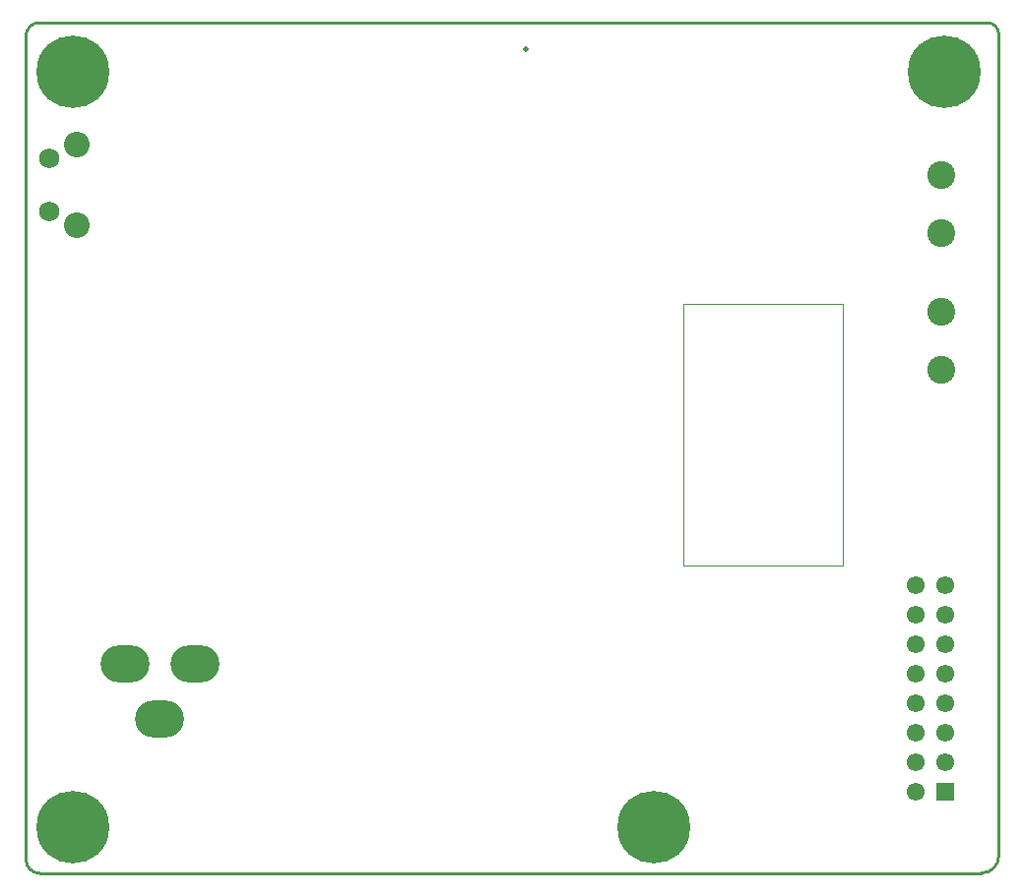
<source format=gbs>
G04*
G04 #@! TF.GenerationSoftware,Altium Limited,Altium Designer,25.8.1 (18)*
G04*
G04 Layer_Color=16711935*
%FSLAX24Y24*%
%MOIN*%
G70*
G04*
G04 #@! TF.SameCoordinates,E7C4B6EF-679D-40F3-B346-0123BADFF20E*
G04*
G04*
G04 #@! TF.FilePolarity,Negative*
G04*
G01*
G75*
%ADD13C,0.0100*%
%ADD17C,0.0039*%
%ADD39R,0.0610X0.0610*%
%ADD40C,0.0610*%
%ADD41C,0.0946*%
%ADD42O,0.1655X0.1261*%
%ADD43C,0.2461*%
%ADD44C,0.0680*%
%ADD45C,0.0867*%
%ADD46C,0.0197*%
D13*
X30787Y-1571D02*
G03*
X31359Y-999I0J572D01*
G01*
X31359Y26866D02*
G03*
X30975Y27250I-384J0D01*
G01*
X-1112Y27254D02*
G03*
X-1575Y26791I0J-463D01*
G01*
X-1575Y-1112D02*
G03*
X-1112Y-1575I463J0D01*
G01*
X31359Y-999D02*
X31359Y26866D01*
X30906Y27254D02*
X30975Y27250D01*
X-1112Y27254D02*
X30906Y27254D01*
X-1113Y-1575D02*
X30787Y-1575D01*
X-1575Y26791D02*
X-1575Y-1112D01*
D17*
X20669Y8858D02*
X26083D01*
X20669D02*
Y17717D01*
X26083Y8858D02*
Y17717D01*
X20669D02*
X26083D01*
D39*
X29547Y1189D02*
D03*
D40*
Y2189D02*
D03*
Y3189D02*
D03*
Y4189D02*
D03*
Y5189D02*
D03*
Y6189D02*
D03*
Y7189D02*
D03*
Y8189D02*
D03*
X28547Y1189D02*
D03*
Y2189D02*
D03*
Y3189D02*
D03*
Y4189D02*
D03*
Y5189D02*
D03*
Y6189D02*
D03*
Y7189D02*
D03*
Y8189D02*
D03*
D41*
X29409Y20118D02*
D03*
Y15472D02*
D03*
Y22087D02*
D03*
Y17441D02*
D03*
D42*
X4134Y5512D02*
D03*
X2953Y3661D02*
D03*
X1772Y5512D02*
D03*
D43*
X19685Y0D02*
D03*
X29528Y25591D02*
D03*
X0D02*
D03*
Y0D02*
D03*
D44*
X-787Y22638D02*
D03*
Y20866D02*
D03*
D45*
X138Y20374D02*
D03*
Y23130D02*
D03*
D46*
X15354Y26343D02*
D03*
M02*

</source>
